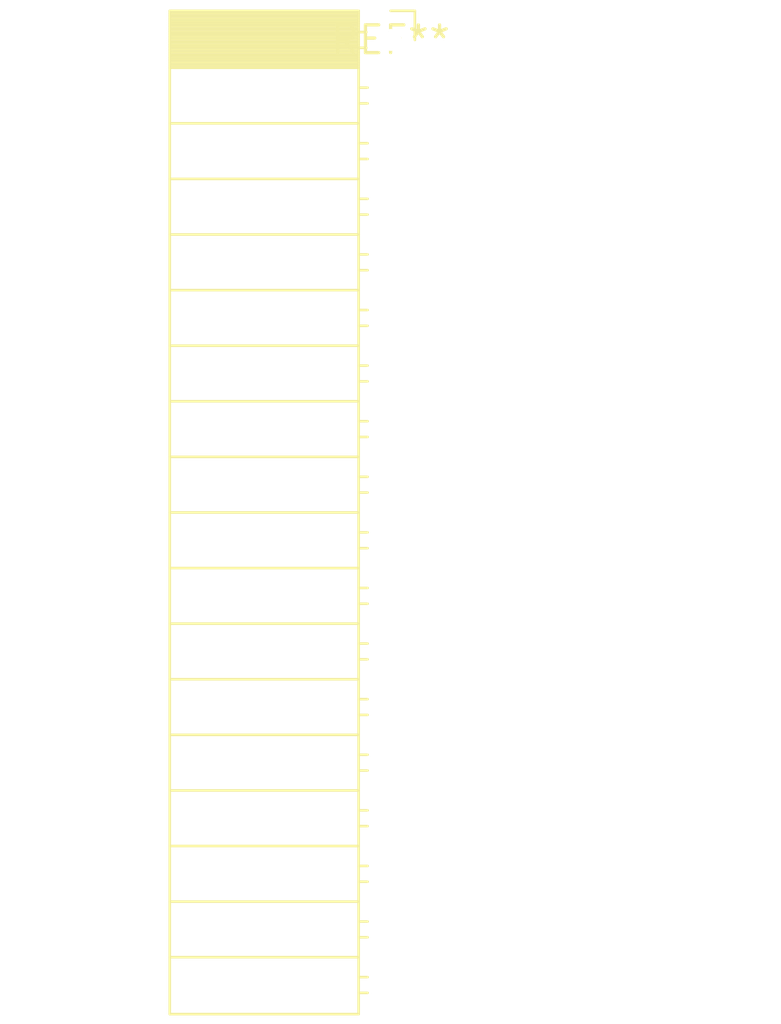
<source format=kicad_pcb>
(kicad_pcb (version 20240108) (generator pcbnew)
  (layers (0 "F.Cu" signal) (31 "B.Cu" signal) (34 "B.Paste" user) (35 "F.Paste" user) (36 "B.SilkS" user "B.Silkscreen") (37 "F.SilkS" user "F.Silkscreen") (38 "B.Mask" user) (39 "F.Mask" user) (44 "Edge.Cuts" user))
  (net 0 "")
  (footprint "PinSocket_1x18_P2.54mm_Horizontal" (layer "F.Cu") (at 0 0)
    (property "Reference" "REF**")
    (property "Value" "PinSocket_1x18_P2.54mm_Horizontal")
    (fp_line (start -10.09 -1.33) (end -10.09 44.51) (layer "F.SilkS") (stroke (width 0.12)))
    (fp_line (start -10.09 -1.33) (end -1.46 -1.33) (layer "F.SilkS") (stroke (width 0.12)))
    (fp_line (start -10.09 -1.21) (end -1.46 -1.21) (layer "F.SilkS") (stroke (width 0.12)))
    (fp_line (start -10.09 -1.091905) (end -1.46 -1.091905) (layer "F.SilkS") (stroke (width 0.12)))
    (fp_line (start -10.09 -0.97381) (end -1.46 -0.97381) (layer "F.SilkS") (stroke (width 0.12)))
    (fp_line (start -10.09 -0.855715) (end -1.46 -0.855715) (layer "F.SilkS") (stroke (width 0.12)))
    (fp_line (start -10.09 -0.73762) (end -1.46 -0.73762) (layer "F.SilkS") (stroke (width 0.12)))
    (fp_line (start -10.09 -0.619525) (end -1.46 -0.619525) (layer "F.SilkS") (stroke (width 0.12)))
    (fp_line (start -10.09 -0.50143) (end -1.46 -0.50143) (layer "F.SilkS") (stroke (width 0.12)))
    (fp_line (start -10.09 -0.383335) (end -1.46 -0.383335) (layer "F.SilkS") (stroke (width 0.12)))
    (fp_line (start -10.09 -0.26524) (end -1.46 -0.26524) (layer "F.SilkS") (stroke (width 0.12)))
    (fp_line (start -10.09 -0.147145) (end -1.46 -0.147145) (layer "F.SilkS") (stroke (width 0.12)))
    (fp_line (start -10.09 -0.02905) (end -1.46 -0.02905) (layer "F.SilkS") (stroke (width 0.12)))
    (fp_line (start -10.09 0.089045) (end -1.46 0.089045) (layer "F.SilkS") (stroke (width 0.12)))
    (fp_line (start -10.09 0.20714) (end -1.46 0.20714) (layer "F.SilkS") (stroke (width 0.12)))
    (fp_line (start -10.09 0.325235) (end -1.46 0.325235) (layer "F.SilkS") (stroke (width 0.12)))
    (fp_line (start -10.09 0.44333) (end -1.46 0.44333) (layer "F.SilkS") (stroke (width 0.12)))
    (fp_line (start -10.09 0.561425) (end -1.46 0.561425) (layer "F.SilkS") (stroke (width 0.12)))
    (fp_line (start -10.09 0.67952) (end -1.46 0.67952) (layer "F.SilkS") (stroke (width 0.12)))
    (fp_line (start -10.09 0.797615) (end -1.46 0.797615) (layer "F.SilkS") (stroke (width 0.12)))
    (fp_line (start -10.09 0.91571) (end -1.46 0.91571) (layer "F.SilkS") (stroke (width 0.12)))
    (fp_line (start -10.09 1.033805) (end -1.46 1.033805) (layer "F.SilkS") (stroke (width 0.12)))
    (fp_line (start -10.09 1.1519) (end -1.46 1.1519) (layer "F.SilkS") (stroke (width 0.12)))
    (fp_line (start -10.09 1.27) (end -1.46 1.27) (layer "F.SilkS") (stroke (width 0.12)))
    (fp_line (start -10.09 3.81) (end -1.46 3.81) (layer "F.SilkS") (stroke (width 0.12)))
    (fp_line (start -10.09 6.35) (end -1.46 6.35) (layer "F.SilkS") (stroke (width 0.12)))
    (fp_line (start -10.09 8.89) (end -1.46 8.89) (layer "F.SilkS") (stroke (width 0.12)))
    (fp_line (start -10.09 11.43) (end -1.46 11.43) (layer "F.SilkS") (stroke (width 0.12)))
    (fp_line (start -10.09 13.97) (end -1.46 13.97) (layer "F.SilkS") (stroke (width 0.12)))
    (fp_line (start -10.09 16.51) (end -1.46 16.51) (layer "F.SilkS") (stroke (width 0.12)))
    (fp_line (start -10.09 19.05) (end -1.46 19.05) (layer "F.SilkS") (stroke (width 0.12)))
    (fp_line (start -10.09 21.59) (end -1.46 21.59) (layer "F.SilkS") (stroke (width 0.12)))
    (fp_line (start -10.09 24.13) (end -1.46 24.13) (layer "F.SilkS") (stroke (width 0.12)))
    (fp_line (start -10.09 26.67) (end -1.46 26.67) (layer "F.SilkS") (stroke (width 0.12)))
    (fp_line (start -10.09 29.21) (end -1.46 29.21) (layer "F.SilkS") (stroke (width 0.12)))
    (fp_line (start -10.09 31.75) (end -1.46 31.75) (layer "F.SilkS") (stroke (width 0.12)))
    (fp_line (start -10.09 34.29) (end -1.46 34.29) (layer "F.SilkS") (stroke (width 0.12)))
    (fp_line (start -10.09 36.83) (end -1.46 36.83) (layer "F.SilkS") (stroke (width 0.12)))
    (fp_line (start -10.09 39.37) (end -1.46 39.37) (layer "F.SilkS") (stroke (width 0.12)))
    (fp_line (start -10.09 41.91) (end -1.46 41.91) (layer "F.SilkS") (stroke (width 0.12)))
    (fp_line (start -10.09 44.51) (end -1.46 44.51) (layer "F.SilkS") (stroke (width 0.12)))
    (fp_line (start -1.46 -1.33) (end -1.46 44.51) (layer "F.SilkS") (stroke (width 0.12)))
    (fp_line (start -1.46 -0.36) (end -1.11 -0.36) (layer "F.SilkS") (stroke (width 0.12)))
    (fp_line (start -1.46 0.36) (end -1.11 0.36) (layer "F.SilkS") (stroke (width 0.12)))
    (fp_line (start -1.46 2.18) (end -1.05 2.18) (layer "F.SilkS") (stroke (width 0.12)))
    (fp_line (start -1.46 2.9) (end -1.05 2.9) (layer "F.SilkS") (stroke (width 0.12)))
    (fp_line (start -1.46 4.72) (end -1.05 4.72) (layer "F.SilkS") (stroke (width 0.12)))
    (fp_line (start -1.46 5.44) (end -1.05 5.44) (layer "F.SilkS") (stroke (width 0.12)))
    (fp_line (start -1.46 7.26) (end -1.05 7.26) (layer "F.SilkS") (stroke (width 0.12)))
    (fp_line (start -1.46 7.98) (end -1.05 7.98) (layer "F.SilkS") (stroke (width 0.12)))
    (fp_line (start -1.46 9.8) (end -1.05 9.8) (layer "F.SilkS") (stroke (width 0.12)))
    (fp_line (start -1.46 10.52) (end -1.05 10.52) (layer "F.SilkS") (stroke (width 0.12)))
    (fp_line (start -1.46 12.34) (end -1.05 12.34) (layer "F.SilkS") (stroke (width 0.12)))
    (fp_line (start -1.46 13.06) (end -1.05 13.06) (layer "F.SilkS") (stroke (width 0.12)))
    (fp_line (start -1.46 14.88) (end -1.05 14.88) (layer "F.SilkS") (stroke (width 0.12)))
    (fp_line (start -1.46 15.6) (end -1.05 15.6) (layer "F.SilkS") (stroke (width 0.12)))
    (fp_line (start -1.46 17.42) (end -1.05 17.42) (layer "F.SilkS") (stroke (width 0.12)))
    (fp_line (start -1.46 18.14) (end -1.05 18.14) (layer "F.SilkS") (stroke (width 0.12)))
    (fp_line (start -1.46 19.96) (end -1.05 19.96) (layer "F.SilkS") (stroke (width 0.12)))
    (fp_line (start -1.46 20.68) (end -1.05 20.68) (layer "F.SilkS") (stroke (width 0.12)))
    (fp_line (start -1.46 22.5) (end -1.05 22.5) (layer "F.SilkS") (stroke (width 0.12)))
    (fp_line (start -1.46 23.22) (end -1.05 23.22) (layer "F.SilkS") (stroke (width 0.12)))
    (fp_line (start -1.46 25.04) (end -1.05 25.04) (layer "F.SilkS") (stroke (width 0.12)))
    (fp_line (start -1.46 25.76) (end -1.05 25.76) (layer "F.SilkS") (stroke (width 0.12)))
    (fp_line (start -1.46 27.58) (end -1.05 27.58) (layer "F.SilkS") (stroke (width 0.12)))
    (fp_line (start -1.46 28.3) (end -1.05 28.3) (layer "F.SilkS") (stroke (width 0.12)))
    (fp_line (start -1.46 30.12) (end -1.05 30.12) (layer "F.SilkS") (stroke (width 0.12)))
    (fp_line (start -1.46 30.84) (end -1.05 30.84) (layer "F.SilkS") (stroke (width 0.12)))
    (fp_line (start -1.46 32.66) (end -1.05 32.66) (layer "F.SilkS") (stroke (width 0.12)))
    (fp_line (start -1.46 33.38) (end -1.05 33.38) (layer "F.SilkS") (stroke (width 0.12)))
    (fp_line (start -1.46 35.2) (end -1.05 35.2) (layer "F.SilkS") (stroke (width 0.12)))
    (fp_line (start -1.46 35.92) (end -1.05 35.92) (layer "F.SilkS") (stroke (width 0.12)))
    (fp_line (start -1.46 37.74) (end -1.05 37.74) (layer "F.SilkS") (stroke (width 0.12)))
    (fp_line (start -1.46 38.46) (end -1.05 38.46) (layer "F.SilkS") (stroke (width 0.12)))
    (fp_line (start -1.46 40.28) (end -1.05 40.28) (layer "F.SilkS") (stroke (width 0.12)))
    (fp_line (start -1.46 41) (end -1.05 41) (layer "F.SilkS") (stroke (width 0.12)))
    (fp_line (start -1.46 42.82) (end -1.05 42.82) (layer "F.SilkS") (stroke (width 0.12)))
    (fp_line (start -1.46 43.54) (end -1.05 43.54) (layer "F.SilkS") (stroke (width 0.12)))
    (fp_line (start 0 -1.33) (end 1.11 -1.33) (layer "F.SilkS") (stroke (width 0.12)))
    (fp_line (start 1.11 -1.33) (end 1.11 0) (layer "F.SilkS") (stroke (width 0.12)))
    (pad "1" thru_hole rect (at 0 0) (size 1.7 1.7) (drill 1) (layers *.Cu *.Mask) (remove_unused_layers))
    (pad "2" thru_hole oval (at 0 2.54) (size 1.7 1.7) (drill 1) (layers *.Cu *.Mask) (remove_unused_layers))
    (pad "3" thru_hole oval (at 0 5.08) (size 1.7 1.7) (drill 1) (layers *.Cu *.Mask) (remove_unused_layers))
    (pad "4" thru_hole oval (at 0 7.62) (size 1.7 1.7) (drill 1) (layers *.Cu *.Mask) (remove_unused_layers))
    (pad "5" thru_hole oval (at 0 10.16) (size 1.7 1.7) (drill 1) (layers *.Cu *.Mask) (remove_unused_layers))
    (pad "6" thru_hole oval (at 0 12.7) (size 1.7 1.7) (drill 1) (layers *.Cu *.Mask) (remove_unused_layers))
    (pad "7" thru_hole oval (at 0 15.24) (size 1.7 1.7) (drill 1) (layers *.Cu *.Mask) (remove_unused_layers))
    (pad "8" thru_hole oval (at 0 17.78) (size 1.7 1.7) (drill 1) (layers *.Cu *.Mask) (remove_unused_layers))
    (pad "9" thru_hole oval (at 0 20.32) (size 1.7 1.7) (drill 1) (layers *.Cu *.Mask) (remove_unused_layers))
    (pad "10" thru_hole oval (at 0 22.86) (size 1.7 1.7) (drill 1) (layers *.Cu *.Mask) (remove_unused_layers))
    (pad "11" thru_hole oval (at 0 25.4) (size 1.7 1.7) (drill 1) (layers *.Cu *.Mask) (remove_unused_layers))
    (pad "12" thru_hole oval (at 0 27.94) (size 1.7 1.7) (drill 1) (layers *.Cu *.Mask) (remove_unused_layers))
    (pad "13" thru_hole oval (at 0 30.48) (size 1.7 1.7) (drill 1) (layers *.Cu *.Mask) (remove_unused_layers))
    (pad "14" thru_hole oval (at 0 33.02) (size 1.7 1.7) (drill 1) (layers *.Cu *.Mask) (remove_unused_layers))
    (pad "15" thru_hole oval (at 0 35.56) (size 1.7 1.7) (drill 1) (layers *.Cu *.Mask) (remove_unused_layers))
    (pad "16" thru_hole oval (at 0 38.1) (size 1.7 1.7) (drill 1) (layers *.Cu *.Mask) (remove_unused_layers))
    (pad "17" thru_hole oval (at 0 40.64) (size 1.7 1.7) (drill 1) (layers *.Cu *.Mask) (remove_unused_layers))
    (pad "18" thru_hole oval (at 0 43.18) (size 1.7 1.7) (drill 1) (layers *.Cu *.Mask) (remove_unused_layers))
  )
)
</source>
